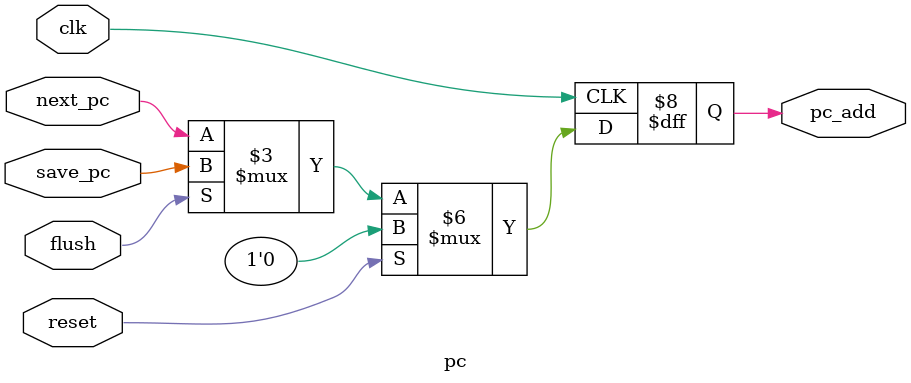
<source format=v>
`timescale 1ns / 1ns

module pc#(
	   parameter WIDTH = 1
	   )(
	     input 		    clk,
	     input 		    reset,
	     input 		    flush,
	     input [WIDTH-1:0] 	    next_pc,
	     input [WIDTH-1:0] 	    save_pc,
	     output reg [WIDTH-1:0] pc_add
	     );
   
   
   always @(posedge clk)
     if(reset)
       pc_add <= 0;
     else if(flush)
       pc_add <= save_pc;
     else
       pc_add <= next_pc;
   
 

endmodule // pc
   


	  

</source>
